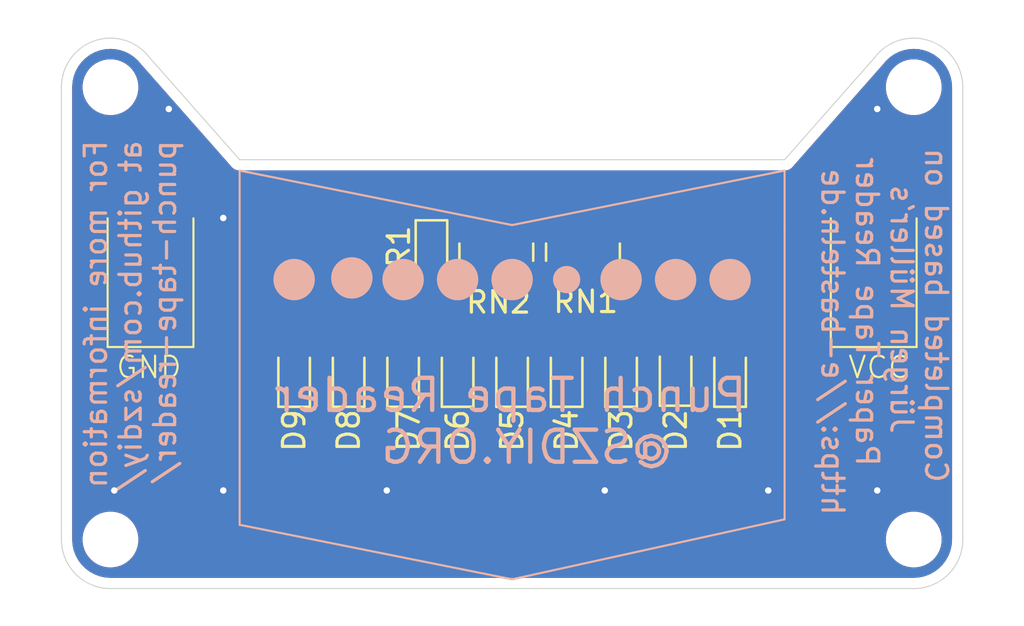
<source format=kicad_pcb>
(kicad_pcb (version 20240108) (generator "pcbnew") (generator_version "8.0")
  (layers (0 "F.Cu" signal) (31 "B.Cu" signal) (34 "B.Paste" user) (35 "F.Paste" user) (36 "B.SilkS" user "B.Silkscreen") (37 "F.SilkS" user "F.Silkscreen") (38 "B.Mask" user) (39 "F.Mask" user) (44 "Edge.Cuts" user))
  (net 0 "")
  (net 1 "Net-(D1-A)")
  (net 2 "GND")
  (net 3 "Net-(D2-A)")
  (net 4 "Net-(D4-A)")
  (net 5 "Net-(D3-A)")
  (net 6 "Net-(D5-A)")
  (net 7 "Net-(D6-A)")
  (net 8 "Net-(D8-A)")
  (net 9 "Net-(D7-A)")
  (net 10 "Net-(D9-A)")
  (net 11 "VCC")
  (footprint "LED_SMD:LED_0603_1608Metric" (layer "F.Cu") (at 135.382 65.7352 90)
    (property "Reference" "D1" (at -2.5908 0 90) (layer "F.SilkS"))
    (property "Value" "LED")
    (fp_line (start 0.8 -0.735) (end -1.485 -0.735) (stroke (width 0.12)) (layer "F.SilkS"))
    (fp_line (start -1.485 -0.735) (end -1.485 0.735) (stroke (width 0.12)) (layer "F.SilkS"))
    (fp_line (start -1.485 0.735) (end 0.8 0.735) (stroke (width 0.12)) (layer "F.SilkS"))
    (pad "1" smd roundrect (at -0.7875 0 90) (size 0.875 0.95) (layers "F.Cu" "F.Paste" "F.Mask") (net 2 "GND"))
    (pad "2" smd roundrect (at 0.7875 0 90) (size 0.875 0.95) (layers "F.Cu" "F.Paste" "F.Mask") (net 1 "Net-(D1-A)"))
  )
  (footprint "Resistor_SMD:R_Array_Concave_4x0603" (layer "F.Cu") (at 124.4854 60.0136 90)
    (property "Reference" "RN2" (at -2.3368 0.1016 0) (layer "F.SilkS"))
    (property "Value" "330R")
    (fp_line (start 0.4 -1.72) (end -0.4 -1.72) (stroke (width 0.12)) (layer "F.SilkS"))
    (fp_line (start 0.4 1.72) (end -0.4 1.72) (stroke (width 0.12)) (layer "F.SilkS"))
    (pad "1" smd rect (at -0.85 -1.2 90) (size 0.9 0.4) (layers "F.Cu" "F.Paste" "F.Mask") (net 8 "Net-(D8-A)"))
    (pad "2" smd rect (at -0.85 -0.4 90) (size 0.9 0.4) (layers "F.Cu" "F.Paste" "F.Mask") (net 9 "Net-(D7-A)"))
    (pad "3" smd rect (at -0.85 0.4 90) (size 0.9 0.4) (layers "F.Cu" "F.Paste" "F.Mask") (net 7 "Net-(D6-A)"))
    (pad "4" smd rect (at -0.85 1.2 90) (size 0.9 0.4) (layers "F.Cu" "F.Paste" "F.Mask") (net 6 "Net-(D5-A)"))
    (pad "5" smd rect (at 0.85 1.2 90) (size 0.9 0.4) (layers "F.Cu" "F.Paste" "F.Mask") (net 11 "VCC"))
    (pad "6" smd rect (at 0.85 0.4 90) (size 0.9 0.4) (layers "F.Cu" "F.Paste" "F.Mask") (net 11 "VCC"))
    (pad "7" smd rect (at 0.85 -0.4 90) (size 0.9 0.4) (layers "F.Cu" "F.Paste" "F.Mask") (net 11 "VCC"))
    (pad "8" smd rect (at 0.85 -1.2 90) (size 0.9 0.4) (layers "F.Cu" "F.Paste" "F.Mask") (net 11 "VCC"))
  )
  (footprint "MountingHole:MountingHole_2.1mm" (layer "F.Cu") (at 106.5022 52.324)
    (property "Reference" "H1" (hide yes))
    (property "Value" "MountingHole")
    (pad "" np_thru_hole circle (at 0 0) (size 2.1 2.1) (drill 2.1) (layers "*.Cu" "*.Mask"))
  )
  (footprint "ptrLibrary:2pin" (layer "F.Cu") (at 107.3692 59.434 90)
    (property "Reference" "J2" (hide yes))
    (property "Value" "Conn_GND")
    (fp_line (start -5 -1) (end 1 -1) (stroke (width 0.1)) (layer "F.SilkS"))
    (fp_line (start -5 -1) (end -5 3) (stroke (width 0.1)) (layer "F.SilkS"))
    (fp_line (start 1 3) (end -5 3) (stroke (width 0.1)) (layer "F.SilkS"))
    (pad "1" smd rect (at 0 0 90) (size 2.6 1.7) (layers "F.Cu" "F.Paste" "F.Mask") (net 2 "GND"))
    (pad "2" smd rect (at 0 2 90) (size 2.6 1.7) (layers "F.Cu" "F.Paste" "F.Mask") (net 2 "GND"))
  )
  (footprint "LED_SMD:LED_0603_1608Metric" (layer "F.Cu") (at 132.842 65.6844 90)
    (property "Reference" "D2" (at -2.6416 0 90) (layer "F.SilkS"))
    (property "Value" "LED")
    (fp_line (start 0.8 -0.735) (end -1.485 -0.735) (stroke (width 0.12)) (layer "F.SilkS"))
    (fp_line (start -1.485 -0.735) (end -1.485 0.735) (stroke (width 0.12)) (layer "F.SilkS"))
    (fp_line (start -1.485 0.735) (end 0.8 0.735) (stroke (width 0.12)) (layer "F.SilkS"))
    (pad "1" smd roundrect (at -0.7875 0 90) (size 0.875 0.95) (layers "F.Cu" "F.Paste" "F.Mask") (net 2 "GND"))
    (pad "2" smd roundrect (at 0.7875 0 90) (size 0.875 0.95) (layers "F.Cu" "F.Paste" "F.Mask") (net 3 "Net-(D2-A)"))
  )
  (footprint "ptrLibrary:2pin" (layer "F.Cu") (at 141.075 59.434 90)
    (property "Reference" "J1" (hide yes))
    (property "Value" "Conn_VCC")
    (fp_line (start -5 -1) (end 1 -1) (stroke (width 0.1)) (layer "F.SilkS"))
    (fp_line (start -5 -1) (end -5 3) (stroke (width 0.1)) (layer "F.SilkS"))
    (fp_line (start 1 3) (end -5 3) (stroke (width 0.1)) (layer "F.SilkS"))
    (pad "1" smd rect (at 0 0 90) (size 2.6 1.7) (layers "F.Cu" "F.Paste" "F.Mask") (net 11 "VCC"))
    (pad "2" smd rect (at 0 2 90) (size 2.6 1.7) (layers "F.Cu" "F.Paste" "F.Mask") (net 11 "VCC"))
  )
  (footprint "LED_SMD:LED_0603_1608Metric" (layer "F.Cu") (at 127.762 65.7352 90)
    (property "Reference" "D4" (at -2.5908 0 90) (layer "F.SilkS"))
    (property "Value" "LED")
    (fp_line (start 0.8 -0.735) (end -1.485 -0.735) (stroke (width 0.12)) (layer "F.SilkS"))
    (fp_line (start -1.485 -0.735) (end -1.485 0.735) (stroke (width 0.12)) (layer "F.SilkS"))
    (fp_line (start -1.485 0.735) (end 0.8 0.735) (stroke (width 0.12)) (layer "F.SilkS"))
    (pad "1" smd roundrect (at -0.7875 0 90) (size 0.875 0.95) (layers "F.Cu" "F.Paste" "F.Mask") (net 2 "GND"))
    (pad "2" smd roundrect (at 0.7875 0 90) (size 0.875 0.95) (layers "F.Cu" "F.Paste" "F.Mask") (net 4 "Net-(D4-A)"))
  )
  (footprint "LED_SMD:LED_0603_1608Metric" (layer "F.Cu") (at 122.682 65.7352 90)
    (property "Reference" "D6" (at -2.5908 0 90) (layer "F.SilkS"))
    (property "Value" "LED")
    (fp_line (start 0.8 -0.735) (end -1.485 -0.735) (stroke (width 0.12)) (layer "F.SilkS"))
    (fp_line (start -1.485 -0.735) (end -1.485 0.735) (stroke (width 0.12)) (layer "F.SilkS"))
    (fp_line (start -1.485 0.735) (end 0.8 0.735) (stroke (width 0.12)) (layer "F.SilkS"))
    (pad "1" smd roundrect (at -0.7875 0 90) (size 0.875 0.95) (layers "F.Cu" "F.Paste" "F.Mask") (net 2 "GND"))
    (pad "2" smd roundrect (at 0.7875 0 90) (size 0.875 0.95) (layers "F.Cu" "F.Paste" "F.Mask") (net 7 "Net-(D6-A)"))
  )
  (footprint "Resistor_SMD:R_Array_Concave_4x0603" (layer "F.Cu") (at 128.524 60.0136 90)
    (property "Reference" "RN1" (at -2.3114 0.127 0) (layer "F.SilkS"))
    (property "Value" "330R")
    (fp_line (start 0.4 -1.72) (end -0.4 -1.72) (stroke (width 0.12)) (layer "F.SilkS"))
    (fp_line (start 0.4 1.72) (end -0.4 1.72) (stroke (width 0.12)) (layer "F.SilkS"))
    (pad "1" smd rect (at -0.85 -1.2 90) (size 0.9 0.4) (layers "F.Cu" "F.Paste" "F.Mask") (net 4 "Net-(D4-A)"))
    (pad "2" smd rect (at -0.85 -0.4 90) (size 0.9 0.4) (layers "F.Cu" "F.Paste" "F.Mask") (net 5 "Net-(D3-A)"))
    (pad "3" smd rect (at -0.85 0.4 90) (size 0.9 0.4) (layers "F.Cu" "F.Paste" "F.Mask") (net 3 "Net-(D2-A)"))
    (pad "4" smd rect (at -0.85 1.2 90) (size 0.9 0.4) (layers "F.Cu" "F.Paste" "F.Mask") (net 1 "Net-(D1-A)"))
    (pad "5" smd rect (at 0.85 1.2 90) (size 0.9 0.4) (layers "F.Cu" "F.Paste" "F.Mask") (net 11 "VCC"))
    (pad "6" smd rect (at 0.85 0.4 90) (size 0.9 0.4) (layers "F.Cu" "F.Paste" "F.Mask") (net 11 "VCC"))
    (pad "7" smd rect (at 0.85 -0.4 90) (size 0.9 0.4) (layers "F.Cu" "F.Paste" "F.Mask") (net 11 "VCC"))
    (pad "8" smd rect (at 0.85 -1.2 90) (size 0.9 0.4) (layers "F.Cu" "F.Paste" "F.Mask") (net 11 "VCC"))
  )
  (footprint "LED_SMD:LED_0603_1608Metric" (layer "F.Cu") (at 121.4628 60.0136 -90)
    (property "Reference" "R1" (at -0.254 1.524 90) (layer "F.SilkS"))
    (property "Value" "330R")
    (fp_line (start -1.485 0.735) (end 0.8 0.735) (stroke (width 0.12)) (layer "F.SilkS"))
    (fp_line (start -1.485 -0.735) (end -1.485 0.735) (stroke (width 0.12)) (layer "F.SilkS"))
    (fp_line (start 0.8 -0.735) (end -1.485 -0.735) (stroke (width 0.12)) (layer "F.SilkS"))
    (pad "1" smd roundrect (at -0.7875 0 270) (size 0.875 0.95) (layers "F.Cu" "F.Paste" "F.Mask") (net 11 "VCC"))
    (pad "2" smd roundrect (at 0.7875 0 270) (size 0.875 0.95) (layers "F.Cu" "F.Paste" "F.Mask") (net 10 "Net-(D9-A)"))
  )
  (footprint "LED_SMD:LED_0603_1608Metric" (layer "F.Cu") (at 125.222 65.7352 90)
    (property "Reference" "D5" (at -2.5908 0 90) (layer "F.SilkS"))
    (property "Value" "LED")
    (fp_line (start 0.8 -0.735) (end -1.485 -0.735) (stroke (width 0.12)) (layer "F.SilkS"))
    (fp_line (start -1.485 -0.735) (end -1.485 0.735) (stroke (width 0.12)) (layer "F.SilkS"))
    (fp_line (start -1.485 0.735) (end 0.8 0.735) (stroke (width 0.12)) (layer "F.SilkS"))
    (pad "1" smd roundrect (at -0.7875 0 90) (size 0.875 0.95) (layers "F.Cu" "F.Paste" "F.Mask") (net 2 "GND"))
    (pad "2" smd roundrect (at 0.7875 0 90) (size 0.875 0.95) (layers "F.Cu" "F.Paste" "F.Mask") (net 6 "Net-(D5-A)"))
  )
  (footprint "LED_SMD:LED_0603_1608Metric" (layer "F.Cu") (at 115.062 65.7352 90)
    (property "Reference" "D9" (at -2.5908 0 90) (layer "F.SilkS"))
    (property "Value" "LED")
    (fp_line (start 0.8 -0.735) (end -1.485 -0.735) (stroke (width 0.12)) (layer "F.SilkS"))
    (fp_line (start -1.485 -0.735) (end -1.485 0.735) (stroke (width 0.12)) (layer "F.SilkS"))
    (fp_line (start -1.485 0.735) (end 0.8 0.735) (stroke (width 0.12)) (layer "F.SilkS"))
    (pad "1" smd roundrect (at -0.7875 0 90) (size 0.875 0.95) (layers "F.Cu" "F.Paste" "F.Mask") (net 2 "GND"))
    (pad "2" smd roundrect (at 0.7875 0 90) (size 0.875 0.95) (layers "F.Cu" "F.Paste" "F.Mask") (net 10 "Net-(D9-A)"))
  )
  (footprint "MountingHole:MountingHole_2.1mm" (layer "F.Cu") (at 143.9418 73.406)
    (property "Reference" "H3" (hide yes))
    (property "Value" "MountingHole")
    (pad "" np_thru_hole circle (at 0 0) (size 2.1 2.1) (drill 2.1) (layers "*.Cu" "*.Mask"))
  )
  (footprint "MountingHole:MountingHole_2.1mm" (layer "F.Cu") (at 106.5022 73.406)
    (property "Reference" "H4" (hide yes))
    (property "Value" "MountingHole")
    (pad "" np_thru_hole circle (at 0 0) (size 2.1 2.1) (drill 2.1) (layers "*.Cu" "*.Mask"))
  )
  (footprint "MountingHole:MountingHole_2.1mm" (layer "F.Cu") (at 143.9418 52.324)
    (property "Reference" "H2" (hide yes))
    (property "Value" "MountingHole")
    (pad "" np_thru_hole circle (at 0 0) (size 2.1 2.1) (drill 2.1) (layers "*.Cu" "*.Mask"))
  )
  (footprint "LED_SMD:LED_0603_1608Metric" (layer "F.Cu") (at 130.302 65.7352 90)
    (property "Reference" "D3" (at -2.5908 0 90) (layer "F.SilkS"))
    (property "Value" "LED")
    (fp_line (start 0.8 -0.735) (end -1.485 -0.735) (stroke (width 0.12)) (layer "F.SilkS"))
    (fp_line (start -1.485 -0.735) (end -1.485 0.735) (stroke (width 0.12)) (layer "F.SilkS"))
    (fp_line (start -1.485 0.735) (end 0.8 0.735) (stroke (width 0.12)) (layer "F.SilkS"))
    (pad "1" smd roundrect (at -0.7875 0 90) (size 0.875 0.95) (layers "F.Cu" "F.Paste" "F.Mask") (net 2 "GND"))
    (pad "2" smd roundrect (at 0.7875 0 90) (size 0.875 0.95) (layers "F.Cu" "F.Paste" "F.Mask") (net 5 "Net-(D3-A)"))
  )
  (footprint "LED_SMD:LED_0603_1608Metric" (layer "F.Cu") (at 120.142 65.7352 90)
    (property "Reference" "D7" (at -2.5908 0.254 90) (layer "F.SilkS"))
    (property "Value" "LED")
    (fp_line (start 0.8 -0.735) (end -1.485 -0.735) (stroke (width 0.12)) (layer "F.SilkS"))
    (fp_line (start -1.485 -0.735) (end -1.485 0.735) (stroke (width 0.12)) (layer "F.SilkS"))
    (fp_line (start -1.485 0.735) (end 0.8 0.735) (stroke (width 0.12)) (layer "F.SilkS"))
    (pad "1" smd roundrect (at -0.7875 0 90) (size 0.875 0.95) (layers "F.Cu" "F.Paste" "F.Mask") (net 2 "GND"))
    (pad "2" smd roundrect (at 0.7875 0 90) (size 0.875 0.95) (layers "F.Cu" "F.Paste" "F.Mask") (net 9 "Net-(D7-A)"))
  )
  (footprint "LED_SMD:LED_0603_1608Metric" (layer "F.Cu") (at 117.602 65.7352 90)
    (property "Reference" "D8" (at -2.5908 0 90) (layer "F.SilkS"))
    (property "Value" "LED")
    (fp_line (start 0.8 -0.735) (end -1.485 -0.735) (stroke (width 0.12)) (layer "F.SilkS"))
    (fp_line (start -1.485 -0.735) (end -1.485 0.735) (stroke (width 0.12)) (layer "F.SilkS"))
    (fp_line (start -1.485 0.735) (end 0.8 0.735) (stroke (width 0.12)) (layer "F.SilkS"))
    (pad "1" smd roundrect (at -0.7875 0 90) (size 0.875 0.95) (layers "F.Cu" "F.Paste" "F.Mask") (net 2 "GND"))
    (pad "2" smd roundrect (at 0.7875 0 90) (size 0.875 0.95) (layers "F.Cu" "F.Paste" "F.Mask") (net 8 "Net-(D8-A)"))
  )
  (footprint "ptrLibrary:PTRhole" (layer "B.Cu") (at 135.382 61.2902 180)
    (property "Reference" "REF**" (hide yes))
    (property "Value" "PTRhole")
    (fp_line (start 22.86 5.08) (end 22.86 -11.43) (stroke (width 0.1)) (layer "B.SilkS"))
    (fp_line (start 22.86 -11.43) (end 10.16 -13.97) (stroke (width 0.1)) (layer "B.SilkS"))
    (fp_line (start 10.16 2.54) (end 22.86 5.08) (stroke (width 0.1)) (layer "B.SilkS"))
    (fp_line (start -2.54 5.08) (end 10.16 2.54) (stroke (width 0.1)) (layer "B.SilkS"))
    (fp_line (start -2.54 2.54) (end -2.54 5.08) (stroke (width 0.1)) (layer "B.SilkS"))
    (fp_line (start -2.54 2.54) (end -2.54 -11.176) (stroke (width 0.1)) (layer "B.SilkS"))
    (fp_line (start -2.54 -11.176) (end 10.16 -13.97) (stroke (width 0.1)) (layer "B.SilkS"))
    (fp_circle (center 20.32 0) (end 21.235 0) (stroke (width 0.1)) (fill solid) (layer "B.SilkS"))
    (fp_circle (center 17.629475 0.077293) (end 18.544475 0.077293) (stroke (width 0.1)) (fill solid) (layer "B.SilkS"))
    (fp_circle (center 15.24 0) (end 16.155 0) (stroke (width 0.1)) (fill solid) (layer "B.SilkS"))
    (fp_circle (center 12.7 0) (end 13.615 0) (stroke (width 0.1)) (fill solid) (layer "B.SilkS"))
    (fp_circle (center 10.16 0) (end 11.075 0) (stroke (width 0.1)) (fill solid) (layer "B.SilkS"))
    (fp_circle (center 7.62 0) (end 8.205 0) (stroke (width 0.1)) (fill solid) (layer "B.SilkS"))
    (fp_circle (center 5.08 0) (end 5.995 0) (stroke (width 0.1)) (fill solid) (layer "B.SilkS"))
    (fp_circle (center 2.54 0) (end 3.455 0) (stroke (width 0.1)) (fill solid) (layer "B.SilkS"))
    (fp_circle (center 0 0) (end 0.915 0) (stroke (width 0.1)) (fill solid) (layer "B.SilkS"))
  )
  (gr_line (start 141.986 75.692) (end 143.9418 75.692) (stroke (width 0.05)) (layer "Edge.Cuts"))
  (gr_line (start 146.2278 73.406) (end 146.2278 52.324) (stroke (width 0.05)) (layer "Edge.Cuts"))
  (gr_line (start 112.522 55.7022) (end 108.331 50.9524) (stroke (width 0.05)) (layer "Edge.Cuts"))
  (gr_line (start 104.2162 73.406) (end 104.2162 52.324) (stroke (width 0.05)) (layer "Edge.Cuts"))
  (gr_arc (start 106.5022 75.692) (mid 104.885754 75.022446) (end 104.2162 73.406) (stroke (width 0.05)) (layer "Edge.Cuts"))
  (gr_line (start 108.458 75.692) (end 106.5022 75.692) (stroke (width 0.05)) (layer "Edge.Cuts"))
  (gr_line (start 112.522 55.7022) (end 137.922 55.7022) (stroke (width 0.05)) (layer "Edge.Cuts"))
  (gr_arc (start 104.2162 52.324) (mid 104.885754 50.707554) (end 106.5022 50.038) (stroke (width 0.05)) (layer "Edge.Cuts"))
  (gr_line (start 137.922 55.7022) (end 142.113 50.9524) (stroke (width 0.05)) (layer "Edge.Cuts"))
  (gr_arc (start 143.9418 50.038) (mid 145.558246 50.707554) (end 146.2278 52.324) (stroke (width 0.05)) (layer "Edge.Cuts"))
  (gr_arc (start 142.113 50.9524) (mid 142.91947 50.279339) (end 143.9418 50.038) (stroke (width 0.05)) (layer "Edge.Cuts"))
  (gr_line (start 108.458 75.692) (end 141.986 75.692) (stroke (width 0.05)) (layer "Edge.Cuts"))
  (gr_arc (start 146.2278 73.406) (mid 145.558246 75.022446) (end 143.9418 75.692) (stroke (width 0.05)) (layer "Edge.Cuts"))
  (gr_arc (start 106.5022 50.038) (mid 107.52453 50.279339) (end 108.331 50.9524) (stroke (width 0.05)) (layer "Edge.Cuts"))
  (gr_text "For more information \nat github.com/szdiy/\npunch-tape-reader/" (at 109.6264 54.7116 90) (layer "B.SilkS") (effects (font (size 1 1)) (justify left bottom mirror)))
  (gr_text "Punch Tape Reader \n   @SZDIY.ORG" (at 136.271 69.977 0) (layer "B.SilkS") (effects (font (size 1.5 1.5) (thickness 0.2) (bold yes)) (justify left bottom mirror)))
  (gr_text "  Completed based on\n     Jürgen Müller's \n   Paper Tape Reader\nhttps://e-basteln.de" (at 139.573 72.3646 270) (layer "B.SilkS") (effects (font (size 1 1)) (justify left bottom mirror)))
  (gr_text "VCC\n" (at 140.8176 65.9638 0) (layer "F.SilkS") (effects (font (size 1 1) (thickness 0.1)) (justify left bottom)))
  (gr_text "GND\n" (at 106.7054 65.9638 0) (layer "F.SilkS") (effects (font (size 1 1) (thickness 0.1)) (justify left bottom)))
  (segment (start 134.4423 64.008) (end 132.08 64.008) (width 0.4) (layer "F.Cu") (net 1))
  (segment (start 129.724 60.8636) (end 129.724 61.652) (width 0.4) (layer "F.Cu") (net 1))
  (segment (start 135.382 64.9477) (end 134.4423 64.008) (width 0.4) (layer "F.Cu") (net 1))
  (segment (start 132.08 64.008) (end 129.724 61.652) (width 0.4) (layer "F.Cu") (net 1))
  (segment (start 107.3692 59.434) (end 109.3692 59.434) (width 1.2) (layer "F.Cu") (net 2))
  (segment (start 113.538 66.548) (end 113.5633 66.5227) (width 1.2) (layer "F.Cu") (net 2))
  (segment (start 113.5633 66.5227) (end 135.382 66.5227) (width 1.2) (layer "F.Cu") (net 2))
  (segment (start 112.776 66.548) (end 113.538 66.548) (width 1.2) (layer "F.Cu") (net 2))
  (segment (start 109.3692 59.434) (end 109.3692 63.1412) (width 1.2) (layer "F.Cu") (net 2))
  (segment (start 109.3692 63.1412) (end 112.776 66.548) (width 1.2) (layer "F.Cu") (net 2))
  (via (at 119.38 71.12) (size 0.6) (drill 0.3) (layers "F.Cu" "B.Cu") (net 2))
  (via (at 137.16 71.12) (size 0.6) (drill 0.3) (layers "F.Cu" "B.Cu") (net 2))
  (via (at 129.54 71.12) (size 0.6) (drill 0.3) (layers "F.Cu" "B.Cu") (net 2))
  (via (at 142.24 71.12) (size 0.6) (drill 0.3) (layers "F.Cu" "B.Cu") (net 2))
  (via (at 111.76 71.12) (size 0.6) (drill 0.3) (layers "F.Cu" "B.Cu") (net 2))
  (via (at 109.22 53.34) (size 0.6) (drill 0.3) (layers "F.Cu" "B.Cu") (net 2))
  (via (at 111.76 58.42) (size 0.6) (drill 0.3) (layers "F.Cu" "B.Cu") (net 2))
  (via (at 142.24 53.34) (size 0.6) (drill 0.3) (layers "F.Cu" "B.Cu") (net 2))
  (via (at 106.68 71.12) (size 0.6) (drill 0.3) (layers "F.Cu" "B.Cu") (net 2))
  (segment (start 131.6989 64.8969) (end 128.924 62.122) (width 0.4) (layer "F.Cu") (net 3))
  (segment (start 128.924 60.8636) (end 128.924 62.122) (width 0.4) (layer "F.Cu") (net 3))
  (segment (start 132.842 64.8969) (end 131.6989 64.8969) (width 0.4) (layer "F.Cu") (net 3))
  (segment (start 127.324 64.5097) (end 127.762 64.9477) (width 0.4) (layer "F.Cu") (net 4))
  (segment (start 127.324 60.8636) (end 127.324 64.5097) (width 0.4) (layer "F.Cu") (net 4))
  (segment (start 130.302 64.9477) (end 128.124 62.7697) (width 0.4) (layer "F.Cu") (net 5))
  (segment (start 128.124 60.8636) (end 128.124 62.7697) (width 0.4) (layer "F.Cu") (net 5))
  (segment (start 125.6854 60.8636) (end 125.6854 64.4843) (width 0.4) (layer "F.Cu") (net 6))
  (segment (start 125.6854 64.4843) (end 125.222 64.9477) (width 0.4) (layer "F.Cu") (net 6))
  (segment (start 122.682 64.9477) (end 124.8854 62.7443) (width 0.4) (layer "F.Cu") (net 7))
  (segment (start 124.8854 60.8636) (end 124.8854 62.7443) (width 0.4) (layer "F.Cu") (net 7))
  (segment (start 118.7957 63.754) (end 121.158 63.754) (width 0.4) (layer "F.Cu") (net 8))
  (segment (start 117.602 64.9477) (end 118.7957 63.754) (width 0.4) (layer "F.Cu") (net 8))
  (segment (start 123.2854 60.8636) (end 123.2854 61.6266) (width 0.4) (layer "F.Cu") (net 8))
  (segment (start 121.158 63.754) (end 123.2854 61.6266) (width 0.4) (layer "F.Cu") (net 8))
  (segment (start 124.0854 60.8636) (end 124.0854 62.188194) (width 0.4) (layer "F.Cu") (net 9))
  (segment (start 121.325894 64.9477) (end 120.142 64.9477) (width 0.4) (layer "F.Cu") (net 9))
  (segment (start 124.0854 62.188194) (end 121.325894 64.9477) (width 0.4) (layer "F.Cu") (net 9))
  (segment (start 120.65 62.738) (end 117.2717 62.738) (width 0.4) (layer "F.Cu") (net 10))
  (segment (start 121.4628 61.9252) (end 120.65 62.738) (width 0.4) (layer "F.Cu") (net 10))
  (segment (start 121.4628 60.8011) (end 121.4628 61.9252) (width 0.4) (layer "F.Cu") (net 10))
  (segment (start 117.2717 62.738) (end 115.062 64.9477) (width 0.4) (layer "F.Cu") (net 10))
  (segment (start 141.075 59.434) (end 140.989 59.52) (width 1.2) (layer "F.Cu") (net 11))
  (segment (start 129.724 59.1636) (end 121.5253 59.1636) (width 1.2) (layer "F.Cu") (net 11))
  (segment (start 141.075 59.434) (end 143.075 59.434) (width 1.2) (layer "F.Cu") (net 11))
  (segment (start 121.5253 59.1636) (end 121.4628 59.2261) (width 1.2) (layer "F.Cu") (net 11))
  (segment (start 140.989 59.52) (end 130.0804 59.52) (width 1.2) (layer "F.Cu") (net 11))
  (segment (start 130.0804 59.52) (end 129.724 59.1636) (width 1.2) (layer "F.Cu") (net 11))
  (zone (net 2) (net_name "GND") (layers "F&B.Cu") (connect_pads (clearance 0.5)) (min_thickness 0.25) (fill yes (thermal_gap 0.5) (thermal_bridge_width 0.5))
    (polygon (pts (xy 101.6 48.26) (xy 147.32 48.26) (xy 147.32 76.2) (xy 101.6 76.2)))
  )
)
</source>
